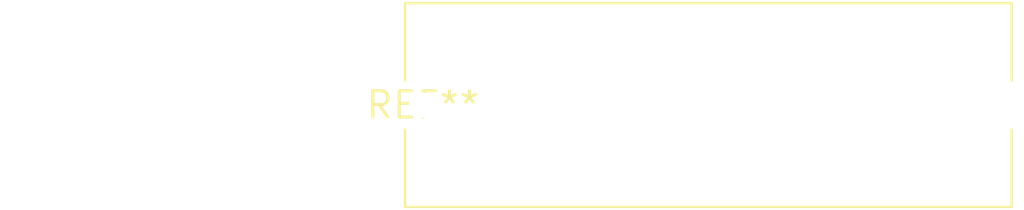
<source format=kicad_pcb>
(kicad_pcb (version 20240108) (generator pcbnew)
  (layers (0 "F.Cu" signal) (31 "B.Cu" signal) (34 "B.Paste" user) (35 "F.Paste" user) (36 "B.SilkS" user "B.Silkscreen") (37 "F.SilkS" user "F.Silkscreen") (38 "B.Mask" user) (39 "F.Mask" user) (44 "Edge.Cuts" user))
  (net 0 "")
  (footprint "C_Rect_L29.0mm_W9.6mm_P27.50mm_MKT" (layer "F.Cu") (at 0 0)
    (property "Reference" "REF**")
    (property "Value" "C_Rect_L29.0mm_W9.6mm_P27.50mm_MKT")
    (fp_line (start -0.87 -4.92) (end -0.87 -1.185) (layer "F.SilkS") (stroke (width 0.12)))
    (fp_line (start -0.87 -4.92) (end 28.37 -4.92) (layer "F.SilkS") (stroke (width 0.12)))
    (fp_line (start -0.87 1.185) (end -0.87 4.92) (layer "F.SilkS") (stroke (width 0.12)))
    (fp_line (start -0.87 4.92) (end 28.37 4.92) (layer "F.SilkS") (stroke (width 0.12)))
    (fp_line (start 28.37 -4.92) (end 28.37 -1.185) (layer "F.SilkS") (stroke (width 0.12)))
    (fp_line (start 28.37 1.185) (end 28.37 4.92) (layer "F.SilkS") (stroke (width 0.12)))
    (pad "1" thru_hole circle (at 0 0) (size 2.4 2.4) (drill 1.2) (layers *.Cu *.Mask) (remove_unused_layers))
    (pad "2" thru_hole circle (at 27.5 0) (size 2.4 2.4) (drill 1.2) (layers *.Cu *.Mask) (remove_unused_layers))
  )
)
</source>
